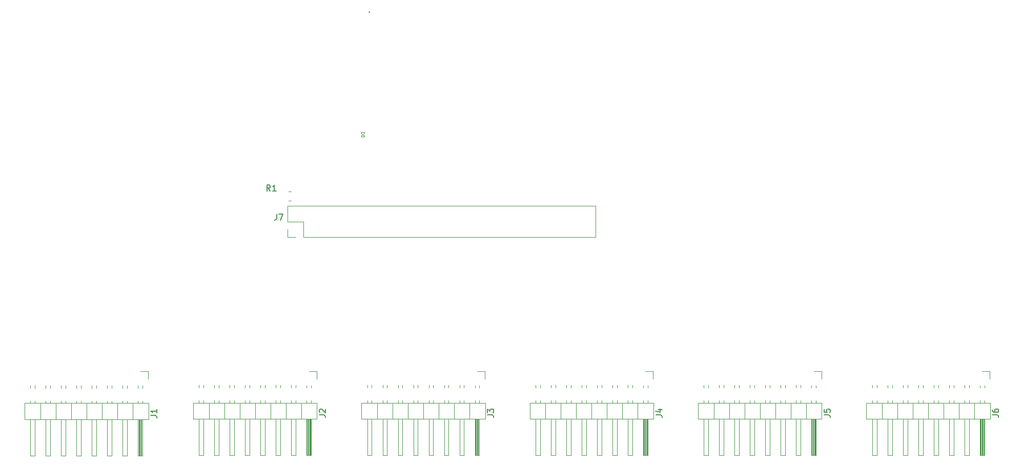
<source format=gto>
G04 #@! TF.GenerationSoftware,KiCad,Pcbnew,(6.0.6)*
G04 #@! TF.CreationDate,2023-08-29T14:41:19+02:00*
G04 #@! TF.ProjectId,pynq-rpi-ph-adapter,70796e71-2d72-4706-992d-70682d616461,rev?*
G04 #@! TF.SameCoordinates,Original*
G04 #@! TF.FileFunction,Legend,Top*
G04 #@! TF.FilePolarity,Positive*
%FSLAX46Y46*%
G04 Gerber Fmt 4.6, Leading zero omitted, Abs format (unit mm)*
G04 Created by KiCad (PCBNEW (6.0.6)) date 2023-08-29 14:41:19*
%MOMM*%
%LPD*%
G01*
G04 APERTURE LIST*
%ADD10C,0.150000*%
%ADD11C,0.075000*%
%ADD12C,0.120000*%
%ADD13R,1.700000X1.700000*%
%ADD14O,1.700000X1.700000*%
%ADD15O,1.727200X1.727200*%
%ADD16R,1.727200X1.727200*%
G04 APERTURE END LIST*
D10*
X94437380Y-118198333D02*
X95151666Y-118198333D01*
X95294523Y-118245952D01*
X95389761Y-118341190D01*
X95437380Y-118484047D01*
X95437380Y-118579285D01*
X94437380Y-117817380D02*
X94437380Y-117198333D01*
X94818333Y-117531666D01*
X94818333Y-117388809D01*
X94865952Y-117293571D01*
X94913571Y-117245952D01*
X95008809Y-117198333D01*
X95246904Y-117198333D01*
X95342142Y-117245952D01*
X95389761Y-117293571D01*
X95437380Y-117388809D01*
X95437380Y-117674523D01*
X95389761Y-117769761D01*
X95342142Y-117817380D01*
X66637380Y-118198333D02*
X67351666Y-118198333D01*
X67494523Y-118245952D01*
X67589761Y-118341190D01*
X67637380Y-118484047D01*
X67637380Y-118579285D01*
X66732619Y-117769761D02*
X66685000Y-117722142D01*
X66637380Y-117626904D01*
X66637380Y-117388809D01*
X66685000Y-117293571D01*
X66732619Y-117245952D01*
X66827857Y-117198333D01*
X66923095Y-117198333D01*
X67065952Y-117245952D01*
X67637380Y-117817380D01*
X67637380Y-117198333D01*
D11*
X73562290Y-71452552D02*
X74062290Y-71452552D01*
X74062290Y-71571600D01*
X74038481Y-71643028D01*
X73990861Y-71690647D01*
X73943242Y-71714457D01*
X73848004Y-71738266D01*
X73776576Y-71738266D01*
X73681338Y-71714457D01*
X73633719Y-71690647D01*
X73586100Y-71643028D01*
X73562290Y-71571600D01*
X73562290Y-71452552D01*
X74062290Y-72047790D02*
X74062290Y-72095409D01*
X74038481Y-72143028D01*
X74014671Y-72166838D01*
X73967052Y-72190647D01*
X73871814Y-72214457D01*
X73752766Y-72214457D01*
X73657528Y-72190647D01*
X73609909Y-72166838D01*
X73586100Y-72143028D01*
X73562290Y-72095409D01*
X73562290Y-72047790D01*
X73586100Y-72000171D01*
X73609909Y-71976361D01*
X73657528Y-71952552D01*
X73752766Y-71928742D01*
X73871814Y-71928742D01*
X73967052Y-71952552D01*
X74014671Y-71976361D01*
X74038481Y-72000171D01*
X74062290Y-72047790D01*
D10*
X74904600Y-51512742D02*
X74952219Y-51560361D01*
X74904600Y-51607980D01*
X74856980Y-51560361D01*
X74904600Y-51512742D01*
X74904600Y-51607980D01*
X38807380Y-118248333D02*
X39521666Y-118248333D01*
X39664523Y-118295952D01*
X39759761Y-118391190D01*
X39807380Y-118534047D01*
X39807380Y-118629285D01*
X39807380Y-117248333D02*
X39807380Y-117819761D01*
X39807380Y-117534047D02*
X38807380Y-117534047D01*
X38950238Y-117629285D01*
X39045476Y-117724523D01*
X39093095Y-117819761D01*
X177837380Y-118198333D02*
X178551666Y-118198333D01*
X178694523Y-118245952D01*
X178789761Y-118341190D01*
X178837380Y-118484047D01*
X178837380Y-118579285D01*
X177837380Y-117293571D02*
X177837380Y-117484047D01*
X177885000Y-117579285D01*
X177932619Y-117626904D01*
X178075476Y-117722142D01*
X178265952Y-117769761D01*
X178646904Y-117769761D01*
X178742142Y-117722142D01*
X178789761Y-117674523D01*
X178837380Y-117579285D01*
X178837380Y-117388809D01*
X178789761Y-117293571D01*
X178742142Y-117245952D01*
X178646904Y-117198333D01*
X178408809Y-117198333D01*
X178313571Y-117245952D01*
X178265952Y-117293571D01*
X178218333Y-117388809D01*
X178218333Y-117579285D01*
X178265952Y-117674523D01*
X178313571Y-117722142D01*
X178408809Y-117769761D01*
X58533333Y-81152380D02*
X58200000Y-80676190D01*
X57961904Y-81152380D02*
X57961904Y-80152380D01*
X58342857Y-80152380D01*
X58438095Y-80200000D01*
X58485714Y-80247619D01*
X58533333Y-80342857D01*
X58533333Y-80485714D01*
X58485714Y-80580952D01*
X58438095Y-80628571D01*
X58342857Y-80676190D01*
X57961904Y-80676190D01*
X59485714Y-81152380D02*
X58914285Y-81152380D01*
X59200000Y-81152380D02*
X59200000Y-80152380D01*
X59104761Y-80295238D01*
X59009523Y-80390476D01*
X58914285Y-80438095D01*
X150037380Y-118198333D02*
X150751666Y-118198333D01*
X150894523Y-118245952D01*
X150989761Y-118341190D01*
X151037380Y-118484047D01*
X151037380Y-118579285D01*
X150037380Y-117245952D02*
X150037380Y-117722142D01*
X150513571Y-117769761D01*
X150465952Y-117722142D01*
X150418333Y-117626904D01*
X150418333Y-117388809D01*
X150465952Y-117293571D01*
X150513571Y-117245952D01*
X150608809Y-117198333D01*
X150846904Y-117198333D01*
X150942142Y-117245952D01*
X150989761Y-117293571D01*
X151037380Y-117388809D01*
X151037380Y-117626904D01*
X150989761Y-117722142D01*
X150942142Y-117769761D01*
X122237380Y-118198333D02*
X122951666Y-118198333D01*
X123094523Y-118245952D01*
X123189761Y-118341190D01*
X123237380Y-118484047D01*
X123237380Y-118579285D01*
X122570714Y-117293571D02*
X123237380Y-117293571D01*
X122189761Y-117531666D02*
X122904047Y-117769761D01*
X122904047Y-117150714D01*
X59586666Y-84952380D02*
X59586666Y-85666666D01*
X59539047Y-85809523D01*
X59443809Y-85904761D01*
X59300952Y-85952380D01*
X59205714Y-85952380D01*
X59967619Y-84952380D02*
X60634285Y-84952380D01*
X60205714Y-85952380D01*
D12*
X85475000Y-115792929D02*
X85475000Y-116190000D01*
X82935000Y-118850000D02*
X82935000Y-124850000D01*
X77095000Y-124850000D02*
X77095000Y-118850000D01*
X75315000Y-113252929D02*
X75315000Y-113707071D01*
X88015000Y-124850000D02*
X87255000Y-124850000D01*
X87255000Y-115792929D02*
X87255000Y-116190000D01*
X92435000Y-118850000D02*
X92435000Y-124850000D01*
X85475000Y-124850000D02*
X84715000Y-124850000D01*
X75315000Y-124850000D02*
X74555000Y-124850000D01*
X74555000Y-124850000D02*
X74555000Y-118850000D01*
X77855000Y-113252929D02*
X77855000Y-113707071D01*
X76205000Y-116190000D02*
X76205000Y-118850000D01*
X92335000Y-115792929D02*
X92335000Y-116190000D01*
X79635000Y-115792929D02*
X79635000Y-116190000D01*
X93095000Y-118850000D02*
X93095000Y-124850000D01*
X80395000Y-124850000D02*
X79635000Y-124850000D01*
X74555000Y-113252929D02*
X74555000Y-113707071D01*
X80395000Y-118850000D02*
X80395000Y-124850000D01*
X84715000Y-124850000D02*
X84715000Y-118850000D01*
X83825000Y-116190000D02*
X83825000Y-118850000D01*
X82935000Y-124850000D02*
X82175000Y-124850000D01*
X93035000Y-118850000D02*
X93035000Y-124850000D01*
X93095000Y-115792929D02*
X93095000Y-116190000D01*
X80395000Y-113252929D02*
X80395000Y-113707071D01*
X91445000Y-116190000D02*
X91445000Y-118850000D01*
X86365000Y-116190000D02*
X86365000Y-118850000D01*
X92915000Y-118850000D02*
X92915000Y-124850000D01*
X74555000Y-115792929D02*
X74555000Y-116190000D01*
X92555000Y-118850000D02*
X92555000Y-124850000D01*
X77095000Y-113252929D02*
X77095000Y-113707071D01*
X79635000Y-124850000D02*
X79635000Y-118850000D01*
X88015000Y-113252929D02*
X88015000Y-113707071D01*
X82935000Y-113252929D02*
X82935000Y-113707071D01*
X88015000Y-115792929D02*
X88015000Y-116190000D01*
X77855000Y-115792929D02*
X77855000Y-116190000D01*
X94045000Y-116190000D02*
X73605000Y-116190000D01*
X90555000Y-113252929D02*
X90555000Y-113707071D01*
X94045000Y-118850000D02*
X94045000Y-116190000D01*
X92675000Y-118850000D02*
X92675000Y-124850000D01*
X90555000Y-115792929D02*
X90555000Y-116190000D01*
X87255000Y-124850000D02*
X87255000Y-118850000D01*
X81285000Y-116190000D02*
X81285000Y-118850000D01*
X77855000Y-118850000D02*
X77855000Y-124850000D01*
X82935000Y-115792929D02*
X82935000Y-116190000D01*
X85475000Y-118850000D02*
X85475000Y-124850000D01*
X90555000Y-124850000D02*
X89795000Y-124850000D01*
X92715000Y-110940000D02*
X93985000Y-110940000D01*
X93095000Y-124850000D02*
X92335000Y-124850000D01*
X82175000Y-113252929D02*
X82175000Y-113707071D01*
X84715000Y-113252929D02*
X84715000Y-113707071D01*
X93985000Y-110940000D02*
X93985000Y-112210000D01*
X90555000Y-118850000D02*
X90555000Y-124850000D01*
X85475000Y-113252929D02*
X85475000Y-113707071D01*
X88905000Y-116190000D02*
X88905000Y-118850000D01*
X88015000Y-118850000D02*
X88015000Y-124850000D01*
X79635000Y-113252929D02*
X79635000Y-113707071D01*
X89795000Y-115792929D02*
X89795000Y-116190000D01*
X73605000Y-116190000D02*
X73605000Y-118850000D01*
X93095000Y-113320000D02*
X93095000Y-113707071D01*
X92795000Y-118850000D02*
X92795000Y-124850000D01*
X75315000Y-115792929D02*
X75315000Y-116190000D01*
X92335000Y-113320000D02*
X92335000Y-113707071D01*
X75315000Y-118850000D02*
X75315000Y-124850000D01*
X82175000Y-124850000D02*
X82175000Y-118850000D01*
X80395000Y-115792929D02*
X80395000Y-116190000D01*
X87255000Y-113252929D02*
X87255000Y-113707071D01*
X89795000Y-124850000D02*
X89795000Y-118850000D01*
X82175000Y-115792929D02*
X82175000Y-116190000D01*
X77855000Y-124850000D02*
X77095000Y-124850000D01*
X92335000Y-124850000D02*
X92335000Y-118850000D01*
X73605000Y-118850000D02*
X94045000Y-118850000D01*
X78745000Y-116190000D02*
X78745000Y-118850000D01*
X84715000Y-115792929D02*
X84715000Y-116190000D01*
X77095000Y-115792929D02*
X77095000Y-116190000D01*
X89795000Y-113252929D02*
X89795000Y-113707071D01*
X57675000Y-113252929D02*
X57675000Y-113707071D01*
X59455000Y-124850000D02*
X59455000Y-118850000D01*
X62755000Y-124850000D02*
X61995000Y-124850000D01*
X49295000Y-113252929D02*
X49295000Y-113707071D01*
X47515000Y-115792929D02*
X47515000Y-116190000D01*
X61105000Y-116190000D02*
X61105000Y-118850000D01*
X50055000Y-115792929D02*
X50055000Y-116190000D01*
X51835000Y-115792929D02*
X51835000Y-116190000D01*
X55135000Y-113252929D02*
X55135000Y-113707071D01*
X66245000Y-118850000D02*
X66245000Y-116190000D01*
X66245000Y-116190000D02*
X45805000Y-116190000D01*
X45805000Y-116190000D02*
X45805000Y-118850000D01*
X49295000Y-115792929D02*
X49295000Y-116190000D01*
X60215000Y-113252929D02*
X60215000Y-113707071D01*
X50055000Y-124850000D02*
X49295000Y-124850000D01*
X47515000Y-124850000D02*
X46755000Y-124850000D01*
X62755000Y-115792929D02*
X62755000Y-116190000D01*
X61995000Y-124850000D02*
X61995000Y-118850000D01*
X59455000Y-113252929D02*
X59455000Y-113707071D01*
X64995000Y-118850000D02*
X64995000Y-124850000D01*
X63645000Y-116190000D02*
X63645000Y-118850000D01*
X66185000Y-110940000D02*
X66185000Y-112210000D01*
X47515000Y-113252929D02*
X47515000Y-113707071D01*
X54375000Y-113252929D02*
X54375000Y-113707071D01*
X50055000Y-113252929D02*
X50055000Y-113707071D01*
X47515000Y-118850000D02*
X47515000Y-124850000D01*
X46755000Y-124850000D02*
X46755000Y-118850000D01*
X45805000Y-118850000D02*
X66245000Y-118850000D01*
X65235000Y-118850000D02*
X65235000Y-124850000D01*
X64875000Y-118850000D02*
X64875000Y-124850000D01*
X48405000Y-116190000D02*
X48405000Y-118850000D01*
X64535000Y-113320000D02*
X64535000Y-113707071D01*
X65295000Y-115792929D02*
X65295000Y-116190000D01*
X54375000Y-124850000D02*
X54375000Y-118850000D01*
X59455000Y-115792929D02*
X59455000Y-116190000D01*
X52595000Y-113252929D02*
X52595000Y-113707071D01*
X62755000Y-113252929D02*
X62755000Y-113707071D01*
X64755000Y-118850000D02*
X64755000Y-124850000D01*
X61995000Y-113252929D02*
X61995000Y-113707071D01*
X65295000Y-118850000D02*
X65295000Y-124850000D01*
X60215000Y-118850000D02*
X60215000Y-124850000D01*
X65115000Y-118850000D02*
X65115000Y-124850000D01*
X64535000Y-115792929D02*
X64535000Y-116190000D01*
X55135000Y-118850000D02*
X55135000Y-124850000D01*
X60215000Y-115792929D02*
X60215000Y-116190000D01*
X64915000Y-110940000D02*
X66185000Y-110940000D01*
X64635000Y-118850000D02*
X64635000Y-124850000D01*
X52595000Y-115792929D02*
X52595000Y-116190000D01*
X56915000Y-124850000D02*
X56915000Y-118850000D01*
X62755000Y-118850000D02*
X62755000Y-124850000D01*
X57675000Y-115792929D02*
X57675000Y-116190000D01*
X61995000Y-115792929D02*
X61995000Y-116190000D01*
X55135000Y-124850000D02*
X54375000Y-124850000D01*
X50945000Y-116190000D02*
X50945000Y-118850000D01*
X56915000Y-113252929D02*
X56915000Y-113707071D01*
X49295000Y-124850000D02*
X49295000Y-118850000D01*
X56915000Y-115792929D02*
X56915000Y-116190000D01*
X64535000Y-124850000D02*
X64535000Y-118850000D01*
X60215000Y-124850000D02*
X59455000Y-124850000D01*
X65295000Y-113320000D02*
X65295000Y-113707071D01*
X50055000Y-118850000D02*
X50055000Y-124850000D01*
X58565000Y-116190000D02*
X58565000Y-118850000D01*
X51835000Y-124850000D02*
X51835000Y-118850000D01*
X54375000Y-115792929D02*
X54375000Y-116190000D01*
X53485000Y-116190000D02*
X53485000Y-118850000D01*
X56025000Y-116190000D02*
X56025000Y-118850000D01*
X65295000Y-124850000D02*
X64535000Y-124850000D01*
X52595000Y-118850000D02*
X52595000Y-124850000D01*
X55135000Y-115792929D02*
X55135000Y-116190000D01*
X46755000Y-115792929D02*
X46755000Y-116190000D01*
X52595000Y-124850000D02*
X51835000Y-124850000D01*
X51835000Y-113252929D02*
X51835000Y-113707071D01*
X57675000Y-124850000D02*
X56915000Y-124850000D01*
X46755000Y-113252929D02*
X46755000Y-113707071D01*
X57675000Y-118850000D02*
X57675000Y-124850000D01*
X31625000Y-124900000D02*
X31625000Y-118900000D01*
X34165000Y-115842929D02*
X34165000Y-116240000D01*
X30735000Y-116240000D02*
X30735000Y-118900000D01*
X24005000Y-124900000D02*
X24005000Y-118900000D01*
X29845000Y-124900000D02*
X29085000Y-124900000D01*
X27305000Y-124900000D02*
X26545000Y-124900000D01*
X36805000Y-118900000D02*
X36805000Y-124900000D01*
X24005000Y-113302929D02*
X24005000Y-113757071D01*
X36925000Y-118900000D02*
X36925000Y-124900000D01*
X37085000Y-110990000D02*
X38355000Y-110990000D01*
X26545000Y-115842929D02*
X26545000Y-116240000D01*
X34925000Y-118900000D02*
X34925000Y-124900000D01*
X33275000Y-116240000D02*
X33275000Y-118900000D01*
X37165000Y-118900000D02*
X37165000Y-124900000D01*
X24005000Y-115842929D02*
X24005000Y-116240000D01*
X24765000Y-113302929D02*
X24765000Y-113757071D01*
X32385000Y-113302929D02*
X32385000Y-113757071D01*
X22225000Y-115842929D02*
X22225000Y-116240000D01*
X18925000Y-115842929D02*
X18925000Y-116240000D01*
X26545000Y-113302929D02*
X26545000Y-113757071D01*
X29085000Y-113302929D02*
X29085000Y-113757071D01*
X17975000Y-118900000D02*
X38415000Y-118900000D01*
X22225000Y-113302929D02*
X22225000Y-113757071D01*
X37405000Y-118900000D02*
X37405000Y-124900000D01*
X17975000Y-116240000D02*
X17975000Y-118900000D01*
X23115000Y-116240000D02*
X23115000Y-118900000D01*
X24765000Y-124900000D02*
X24005000Y-124900000D01*
X38415000Y-118900000D02*
X38415000Y-116240000D01*
X19685000Y-115842929D02*
X19685000Y-116240000D01*
X31625000Y-113302929D02*
X31625000Y-113757071D01*
X26545000Y-124900000D02*
X26545000Y-118900000D01*
X34925000Y-115842929D02*
X34925000Y-116240000D01*
X25655000Y-116240000D02*
X25655000Y-118900000D01*
X24765000Y-118900000D02*
X24765000Y-124900000D01*
X34165000Y-113302929D02*
X34165000Y-113757071D01*
X20575000Y-116240000D02*
X20575000Y-118900000D01*
X21465000Y-113302929D02*
X21465000Y-113757071D01*
X21465000Y-124900000D02*
X21465000Y-118900000D01*
X32385000Y-118900000D02*
X32385000Y-124900000D01*
X37465000Y-118900000D02*
X37465000Y-124900000D01*
X32385000Y-115842929D02*
X32385000Y-116240000D01*
X19685000Y-124900000D02*
X18925000Y-124900000D01*
X29845000Y-118900000D02*
X29845000Y-124900000D01*
X36705000Y-113370000D02*
X36705000Y-113757071D01*
X37465000Y-124900000D02*
X36705000Y-124900000D01*
X34925000Y-124900000D02*
X34165000Y-124900000D01*
X37465000Y-115842929D02*
X37465000Y-116240000D01*
X34165000Y-124900000D02*
X34165000Y-118900000D01*
X28195000Y-116240000D02*
X28195000Y-118900000D01*
X29845000Y-113302929D02*
X29845000Y-113757071D01*
X21465000Y-115842929D02*
X21465000Y-116240000D01*
X29085000Y-115842929D02*
X29085000Y-116240000D01*
X31625000Y-115842929D02*
X31625000Y-116240000D01*
X37465000Y-113370000D02*
X37465000Y-113757071D01*
X32385000Y-124900000D02*
X31625000Y-124900000D01*
X27305000Y-113302929D02*
X27305000Y-113757071D01*
X38415000Y-116240000D02*
X17975000Y-116240000D01*
X24765000Y-115842929D02*
X24765000Y-116240000D01*
X29845000Y-115842929D02*
X29845000Y-116240000D01*
X38355000Y-110990000D02*
X38355000Y-112260000D01*
X37045000Y-118900000D02*
X37045000Y-124900000D01*
X35815000Y-116240000D02*
X35815000Y-118900000D01*
X37285000Y-118900000D02*
X37285000Y-124900000D01*
X18925000Y-124900000D02*
X18925000Y-118900000D01*
X34925000Y-113302929D02*
X34925000Y-113757071D01*
X29085000Y-124900000D02*
X29085000Y-118900000D01*
X19685000Y-113302929D02*
X19685000Y-113757071D01*
X27305000Y-118900000D02*
X27305000Y-124900000D01*
X22225000Y-124900000D02*
X21465000Y-124900000D01*
X36705000Y-115842929D02*
X36705000Y-116240000D01*
X36705000Y-124900000D02*
X36705000Y-118900000D01*
X22225000Y-118900000D02*
X22225000Y-124900000D01*
X19685000Y-118900000D02*
X19685000Y-124900000D01*
X27305000Y-115842929D02*
X27305000Y-116240000D01*
X18925000Y-113302929D02*
X18925000Y-113757071D01*
X176495000Y-115792929D02*
X176495000Y-116190000D01*
X176195000Y-118850000D02*
X176195000Y-124850000D01*
X171415000Y-118850000D02*
X171415000Y-124850000D01*
X168115000Y-115792929D02*
X168115000Y-116190000D01*
X171415000Y-113252929D02*
X171415000Y-113707071D01*
X160495000Y-115792929D02*
X160495000Y-116190000D01*
X171415000Y-115792929D02*
X171415000Y-116190000D01*
X177385000Y-110940000D02*
X177385000Y-112210000D01*
X163795000Y-113252929D02*
X163795000Y-113707071D01*
X162145000Y-116190000D02*
X162145000Y-118850000D01*
X176495000Y-118850000D02*
X176495000Y-124850000D01*
X163795000Y-118850000D02*
X163795000Y-124850000D01*
X166335000Y-124850000D02*
X165575000Y-124850000D01*
X176435000Y-118850000D02*
X176435000Y-124850000D01*
X168115000Y-113252929D02*
X168115000Y-113707071D01*
X161255000Y-113252929D02*
X161255000Y-113707071D01*
X170655000Y-113252929D02*
X170655000Y-113707071D01*
X158715000Y-118850000D02*
X158715000Y-124850000D01*
X159605000Y-116190000D02*
X159605000Y-118850000D01*
X158715000Y-113252929D02*
X158715000Y-113707071D01*
X171415000Y-124850000D02*
X170655000Y-124850000D01*
X175735000Y-113320000D02*
X175735000Y-113707071D01*
X173955000Y-115792929D02*
X173955000Y-116190000D01*
X173195000Y-113252929D02*
X173195000Y-113707071D01*
X173195000Y-124850000D02*
X173195000Y-118850000D01*
X176315000Y-118850000D02*
X176315000Y-124850000D01*
X161255000Y-118850000D02*
X161255000Y-124850000D01*
X165575000Y-115792929D02*
X165575000Y-116190000D01*
X158715000Y-124850000D02*
X157955000Y-124850000D01*
X174845000Y-116190000D02*
X174845000Y-118850000D01*
X166335000Y-115792929D02*
X166335000Y-116190000D01*
X176495000Y-113320000D02*
X176495000Y-113707071D01*
X177445000Y-118850000D02*
X177445000Y-116190000D01*
X161255000Y-124850000D02*
X160495000Y-124850000D01*
X157955000Y-113252929D02*
X157955000Y-113707071D01*
X165575000Y-124850000D02*
X165575000Y-118850000D01*
X157005000Y-118850000D02*
X177445000Y-118850000D01*
X160495000Y-113252929D02*
X160495000Y-113707071D01*
X173955000Y-124850000D02*
X173195000Y-124850000D01*
X176495000Y-124850000D02*
X175735000Y-124850000D01*
X165575000Y-113252929D02*
X165575000Y-113707071D01*
X173195000Y-115792929D02*
X173195000Y-116190000D01*
X161255000Y-115792929D02*
X161255000Y-116190000D01*
X166335000Y-113252929D02*
X166335000Y-113707071D01*
X157955000Y-115792929D02*
X157955000Y-116190000D01*
X168115000Y-124850000D02*
X168115000Y-118850000D01*
X175955000Y-118850000D02*
X175955000Y-124850000D01*
X168875000Y-124850000D02*
X168115000Y-124850000D01*
X163035000Y-124850000D02*
X163035000Y-118850000D01*
X169765000Y-116190000D02*
X169765000Y-118850000D01*
X170655000Y-124850000D02*
X170655000Y-118850000D01*
X173955000Y-118850000D02*
X173955000Y-124850000D01*
X163035000Y-115792929D02*
X163035000Y-116190000D01*
X176075000Y-118850000D02*
X176075000Y-124850000D01*
X167225000Y-116190000D02*
X167225000Y-118850000D01*
X163795000Y-115792929D02*
X163795000Y-116190000D01*
X170655000Y-115792929D02*
X170655000Y-116190000D01*
X175835000Y-118850000D02*
X175835000Y-124850000D01*
X157955000Y-124850000D02*
X157955000Y-118850000D01*
X166335000Y-118850000D02*
X166335000Y-124850000D01*
X160495000Y-124850000D02*
X160495000Y-118850000D01*
X173955000Y-113252929D02*
X173955000Y-113707071D01*
X164685000Y-116190000D02*
X164685000Y-118850000D01*
X163035000Y-113252929D02*
X163035000Y-113707071D01*
X157005000Y-116190000D02*
X157005000Y-118850000D01*
X176115000Y-110940000D02*
X177385000Y-110940000D01*
X175735000Y-124850000D02*
X175735000Y-118850000D01*
X168875000Y-118850000D02*
X168875000Y-124850000D01*
X163795000Y-124850000D02*
X163035000Y-124850000D01*
X177445000Y-116190000D02*
X157005000Y-116190000D01*
X168875000Y-115792929D02*
X168875000Y-116190000D01*
X172305000Y-116190000D02*
X172305000Y-118850000D01*
X175735000Y-115792929D02*
X175735000Y-116190000D01*
X168875000Y-113252929D02*
X168875000Y-113707071D01*
X158715000Y-115792929D02*
X158715000Y-116190000D01*
X62007064Y-82735000D02*
X61552936Y-82735000D01*
X62007064Y-81265000D02*
X61552936Y-81265000D01*
X138535000Y-113252929D02*
X138535000Y-113707071D01*
X146155000Y-115792929D02*
X146155000Y-116190000D01*
X130155000Y-113252929D02*
X130155000Y-113707071D01*
X147935000Y-115792929D02*
X147935000Y-116190000D01*
X148695000Y-124850000D02*
X147935000Y-124850000D01*
X143615000Y-115792929D02*
X143615000Y-116190000D01*
X144505000Y-116190000D02*
X144505000Y-118850000D01*
X138535000Y-115792929D02*
X138535000Y-116190000D01*
X141075000Y-113252929D02*
X141075000Y-113707071D01*
X137775000Y-124850000D02*
X137775000Y-118850000D01*
X141075000Y-124850000D02*
X140315000Y-124850000D01*
X132695000Y-115792929D02*
X132695000Y-116190000D01*
X149585000Y-110940000D02*
X149585000Y-112210000D01*
X145395000Y-113252929D02*
X145395000Y-113707071D01*
X131805000Y-116190000D02*
X131805000Y-118850000D01*
X140315000Y-115792929D02*
X140315000Y-116190000D01*
X137775000Y-115792929D02*
X137775000Y-116190000D01*
X135235000Y-124850000D02*
X135235000Y-118850000D01*
X146155000Y-118850000D02*
X146155000Y-124850000D01*
X148695000Y-115792929D02*
X148695000Y-116190000D01*
X147935000Y-124850000D02*
X147935000Y-118850000D01*
X133455000Y-118850000D02*
X133455000Y-124850000D01*
X130915000Y-115792929D02*
X130915000Y-116190000D01*
X135995000Y-115792929D02*
X135995000Y-116190000D01*
X134345000Y-116190000D02*
X134345000Y-118850000D01*
X143615000Y-118850000D02*
X143615000Y-124850000D01*
X148275000Y-118850000D02*
X148275000Y-124850000D01*
X132695000Y-124850000D02*
X132695000Y-118850000D01*
X148635000Y-118850000D02*
X148635000Y-124850000D01*
X130155000Y-124850000D02*
X130155000Y-118850000D01*
X133455000Y-115792929D02*
X133455000Y-116190000D01*
X147045000Y-116190000D02*
X147045000Y-118850000D01*
X130915000Y-113252929D02*
X130915000Y-113707071D01*
X141075000Y-118850000D02*
X141075000Y-124850000D01*
X148695000Y-113320000D02*
X148695000Y-113707071D01*
X145395000Y-124850000D02*
X145395000Y-118850000D01*
X135995000Y-113252929D02*
X135995000Y-113707071D01*
X148315000Y-110940000D02*
X149585000Y-110940000D01*
X148035000Y-118850000D02*
X148035000Y-124850000D01*
X149645000Y-118850000D02*
X149645000Y-116190000D01*
X141965000Y-116190000D02*
X141965000Y-118850000D01*
X141075000Y-115792929D02*
X141075000Y-116190000D01*
X148695000Y-118850000D02*
X148695000Y-124850000D01*
X136885000Y-116190000D02*
X136885000Y-118850000D01*
X130915000Y-118850000D02*
X130915000Y-124850000D01*
X130155000Y-115792929D02*
X130155000Y-116190000D01*
X135995000Y-124850000D02*
X135235000Y-124850000D01*
X138535000Y-124850000D02*
X137775000Y-124850000D01*
X142855000Y-124850000D02*
X142855000Y-118850000D01*
X132695000Y-113252929D02*
X132695000Y-113707071D01*
X148515000Y-118850000D02*
X148515000Y-124850000D01*
X142855000Y-113252929D02*
X142855000Y-113707071D01*
X148155000Y-118850000D02*
X148155000Y-124850000D01*
X140315000Y-124850000D02*
X140315000Y-118850000D01*
X129205000Y-118850000D02*
X149645000Y-118850000D01*
X139425000Y-116190000D02*
X139425000Y-118850000D01*
X147935000Y-113320000D02*
X147935000Y-113707071D01*
X145395000Y-115792929D02*
X145395000Y-116190000D01*
X133455000Y-113252929D02*
X133455000Y-113707071D01*
X137775000Y-113252929D02*
X137775000Y-113707071D01*
X140315000Y-113252929D02*
X140315000Y-113707071D01*
X135235000Y-113252929D02*
X135235000Y-113707071D01*
X130915000Y-124850000D02*
X130155000Y-124850000D01*
X133455000Y-124850000D02*
X132695000Y-124850000D01*
X129205000Y-116190000D02*
X129205000Y-118850000D01*
X149645000Y-116190000D02*
X129205000Y-116190000D01*
X138535000Y-118850000D02*
X138535000Y-124850000D01*
X135995000Y-118850000D02*
X135995000Y-124850000D01*
X142855000Y-115792929D02*
X142855000Y-116190000D01*
X146155000Y-113252929D02*
X146155000Y-113707071D01*
X143615000Y-113252929D02*
X143615000Y-113707071D01*
X146155000Y-124850000D02*
X145395000Y-124850000D01*
X148395000Y-118850000D02*
X148395000Y-124850000D01*
X135235000Y-115792929D02*
X135235000Y-116190000D01*
X143615000Y-124850000D02*
X142855000Y-124850000D01*
X115055000Y-124850000D02*
X115055000Y-118850000D01*
X120895000Y-115792929D02*
X120895000Y-116190000D01*
X120895000Y-118850000D02*
X120895000Y-124850000D01*
X105655000Y-124850000D02*
X104895000Y-124850000D01*
X101405000Y-116190000D02*
X101405000Y-118850000D01*
X115055000Y-113252929D02*
X115055000Y-113707071D01*
X120235000Y-118850000D02*
X120235000Y-124850000D01*
X112515000Y-115792929D02*
X112515000Y-116190000D01*
X104895000Y-124850000D02*
X104895000Y-118850000D01*
X102355000Y-124850000D02*
X102355000Y-118850000D01*
X120135000Y-124850000D02*
X120135000Y-118850000D01*
X107435000Y-113252929D02*
X107435000Y-113707071D01*
X120515000Y-110940000D02*
X121785000Y-110940000D01*
X109975000Y-124850000D02*
X109975000Y-118850000D01*
X102355000Y-115792929D02*
X102355000Y-116190000D01*
X101405000Y-118850000D02*
X121845000Y-118850000D01*
X120835000Y-118850000D02*
X120835000Y-124850000D01*
X118355000Y-118850000D02*
X118355000Y-124850000D01*
X103115000Y-115792929D02*
X103115000Y-116190000D01*
X115815000Y-115792929D02*
X115815000Y-116190000D01*
X120595000Y-118850000D02*
X120595000Y-124850000D01*
X107435000Y-115792929D02*
X107435000Y-116190000D01*
X113275000Y-113252929D02*
X113275000Y-113707071D01*
X104895000Y-113252929D02*
X104895000Y-113707071D01*
X105655000Y-115792929D02*
X105655000Y-116190000D01*
X118355000Y-113252929D02*
X118355000Y-113707071D01*
X106545000Y-116190000D02*
X106545000Y-118850000D01*
X102355000Y-113252929D02*
X102355000Y-113707071D01*
X105655000Y-113252929D02*
X105655000Y-113707071D01*
X117595000Y-113252929D02*
X117595000Y-113707071D01*
X107435000Y-124850000D02*
X107435000Y-118850000D01*
X109975000Y-113252929D02*
X109975000Y-113707071D01*
X109975000Y-115792929D02*
X109975000Y-116190000D01*
X117595000Y-124850000D02*
X117595000Y-118850000D01*
X110735000Y-124850000D02*
X109975000Y-124850000D01*
X120355000Y-118850000D02*
X120355000Y-124850000D01*
X120475000Y-118850000D02*
X120475000Y-124850000D01*
X104005000Y-116190000D02*
X104005000Y-118850000D01*
X110735000Y-118850000D02*
X110735000Y-124850000D01*
X105655000Y-118850000D02*
X105655000Y-124850000D01*
X112515000Y-124850000D02*
X112515000Y-118850000D01*
X118355000Y-115792929D02*
X118355000Y-116190000D01*
X115815000Y-124850000D02*
X115055000Y-124850000D01*
X117595000Y-115792929D02*
X117595000Y-116190000D01*
X121845000Y-118850000D02*
X121845000Y-116190000D01*
X108195000Y-115792929D02*
X108195000Y-116190000D01*
X121785000Y-110940000D02*
X121785000Y-112210000D01*
X113275000Y-118850000D02*
X113275000Y-124850000D01*
X120135000Y-113320000D02*
X120135000Y-113707071D01*
X120895000Y-124850000D02*
X120135000Y-124850000D01*
X103115000Y-118850000D02*
X103115000Y-124850000D01*
X115815000Y-113252929D02*
X115815000Y-113707071D01*
X118355000Y-124850000D02*
X117595000Y-124850000D01*
X113275000Y-115792929D02*
X113275000Y-116190000D01*
X120715000Y-118850000D02*
X120715000Y-124850000D01*
X103115000Y-113252929D02*
X103115000Y-113707071D01*
X115055000Y-115792929D02*
X115055000Y-116190000D01*
X104895000Y-115792929D02*
X104895000Y-116190000D01*
X111625000Y-116190000D02*
X111625000Y-118850000D01*
X110735000Y-115792929D02*
X110735000Y-116190000D01*
X119245000Y-116190000D02*
X119245000Y-118850000D01*
X108195000Y-118850000D02*
X108195000Y-124850000D01*
X108195000Y-113252929D02*
X108195000Y-113707071D01*
X121845000Y-116190000D02*
X101405000Y-116190000D01*
X114165000Y-116190000D02*
X114165000Y-118850000D01*
X110735000Y-113252929D02*
X110735000Y-113707071D01*
X108195000Y-124850000D02*
X107435000Y-124850000D01*
X113275000Y-124850000D02*
X112515000Y-124850000D01*
X112515000Y-113252929D02*
X112515000Y-113707071D01*
X103115000Y-124850000D02*
X102355000Y-124850000D01*
X115815000Y-118850000D02*
X115815000Y-124850000D01*
X120135000Y-115792929D02*
X120135000Y-116190000D01*
X109085000Y-116190000D02*
X109085000Y-118850000D01*
X120895000Y-113320000D02*
X120895000Y-113707071D01*
X116705000Y-116190000D02*
X116705000Y-118850000D01*
X63980000Y-88820000D02*
X63980000Y-86220000D01*
X62710000Y-88820000D02*
X61380000Y-88820000D01*
X61380000Y-88820000D02*
X61380000Y-87490000D01*
X63980000Y-88820000D02*
X112300000Y-88820000D01*
X112300000Y-88820000D02*
X112300000Y-83620000D01*
X63980000Y-86220000D02*
X61380000Y-86220000D01*
X61380000Y-83620000D02*
X112300000Y-83620000D01*
X61380000Y-86220000D02*
X61380000Y-83620000D01*
%LPC*%
D13*
X92715000Y-112210000D03*
D14*
X92715000Y-114750000D03*
X90175000Y-112210000D03*
X90175000Y-114750000D03*
X87635000Y-112210000D03*
X87635000Y-114750000D03*
X85095000Y-112210000D03*
X85095000Y-114750000D03*
X82555000Y-112210000D03*
X82555000Y-114750000D03*
X80015000Y-112210000D03*
X80015000Y-114750000D03*
X77475000Y-112210000D03*
X77475000Y-114750000D03*
X74935000Y-112210000D03*
X74935000Y-114750000D03*
D13*
X64915000Y-112210000D03*
D14*
X64915000Y-114750000D03*
X62375000Y-112210000D03*
X62375000Y-114750000D03*
X59835000Y-112210000D03*
X59835000Y-114750000D03*
X57295000Y-112210000D03*
X57295000Y-114750000D03*
X54755000Y-112210000D03*
X54755000Y-114750000D03*
X52215000Y-112210000D03*
X52215000Y-114750000D03*
X49675000Y-112210000D03*
X49675000Y-114750000D03*
X47135000Y-112210000D03*
X47135000Y-114750000D03*
D15*
X109448600Y-21691600D03*
X101828600Y-21691600D03*
X99288600Y-21691600D03*
X71221600Y-49631600D03*
X86588600Y-21691600D03*
X84048600Y-21691600D03*
X81508600Y-21691600D03*
X78968600Y-21691600D03*
X76428600Y-21691600D03*
X73888600Y-21691600D03*
X113512600Y-69951600D03*
X73888600Y-69951600D03*
X76428600Y-69951600D03*
X78968600Y-69951600D03*
X81508600Y-69951600D03*
X84048600Y-69951600D03*
X86588600Y-69951600D03*
X89128600Y-69951600D03*
X91668600Y-69951600D03*
X95732600Y-69951600D03*
X98272600Y-69951600D03*
X100812600Y-69951600D03*
X103352600Y-69951600D03*
X105892600Y-69951600D03*
X108432600Y-69951600D03*
D16*
X110972600Y-69951600D03*
X96748600Y-21691600D03*
X94208600Y-21691600D03*
X71221600Y-44551600D03*
D15*
X106908600Y-21691600D03*
X73761600Y-49631600D03*
X71221600Y-47091600D03*
X104368600Y-21691600D03*
X73761600Y-44551600D03*
X73761600Y-47091600D03*
X118592600Y-69951600D03*
X116052600Y-69951600D03*
X91668600Y-21691600D03*
D13*
X37085000Y-112260000D03*
D14*
X37085000Y-114800000D03*
X34545000Y-112260000D03*
X34545000Y-114800000D03*
X32005000Y-112260000D03*
X32005000Y-114800000D03*
X29465000Y-112260000D03*
X29465000Y-114800000D03*
X26925000Y-112260000D03*
X26925000Y-114800000D03*
X24385000Y-112260000D03*
X24385000Y-114800000D03*
X21845000Y-112260000D03*
X21845000Y-114800000D03*
X19305000Y-112260000D03*
X19305000Y-114800000D03*
D13*
X176115000Y-112210000D03*
D14*
X176115000Y-114750000D03*
X173575000Y-112210000D03*
X173575000Y-114750000D03*
X171035000Y-112210000D03*
X171035000Y-114750000D03*
X168495000Y-112210000D03*
X168495000Y-114750000D03*
X165955000Y-112210000D03*
X165955000Y-114750000D03*
X163415000Y-112210000D03*
X163415000Y-114750000D03*
X160875000Y-112210000D03*
X160875000Y-114750000D03*
X158335000Y-112210000D03*
X158335000Y-114750000D03*
G36*
G01*
X63205000Y-81550000D02*
X63205000Y-82450000D01*
G75*
G02*
X62955000Y-82700000I-250000J0D01*
G01*
X62430000Y-82700000D01*
G75*
G02*
X62180000Y-82450000I0J250000D01*
G01*
X62180000Y-81550000D01*
G75*
G02*
X62430000Y-81300000I250000J0D01*
G01*
X62955000Y-81300000D01*
G75*
G02*
X63205000Y-81550000I0J-250000D01*
G01*
G37*
G36*
G01*
X61380000Y-81550000D02*
X61380000Y-82450000D01*
G75*
G02*
X61130000Y-82700000I-250000J0D01*
G01*
X60605000Y-82700000D01*
G75*
G02*
X60355000Y-82450000I0J250000D01*
G01*
X60355000Y-81550000D01*
G75*
G02*
X60605000Y-81300000I250000J0D01*
G01*
X61130000Y-81300000D01*
G75*
G02*
X61380000Y-81550000I0J-250000D01*
G01*
G37*
D13*
X148315000Y-112210000D03*
D14*
X148315000Y-114750000D03*
X145775000Y-112210000D03*
X145775000Y-114750000D03*
X143235000Y-112210000D03*
X143235000Y-114750000D03*
X140695000Y-112210000D03*
X140695000Y-114750000D03*
X138155000Y-112210000D03*
X138155000Y-114750000D03*
X135615000Y-112210000D03*
X135615000Y-114750000D03*
X133075000Y-112210000D03*
X133075000Y-114750000D03*
X130535000Y-112210000D03*
X130535000Y-114750000D03*
D13*
X120515000Y-112210000D03*
D14*
X120515000Y-114750000D03*
X117975000Y-112210000D03*
X117975000Y-114750000D03*
X115435000Y-112210000D03*
X115435000Y-114750000D03*
X112895000Y-112210000D03*
X112895000Y-114750000D03*
X110355000Y-112210000D03*
X110355000Y-114750000D03*
X107815000Y-112210000D03*
X107815000Y-114750000D03*
X105275000Y-112210000D03*
X105275000Y-114750000D03*
X102735000Y-112210000D03*
X102735000Y-114750000D03*
D13*
X62710000Y-87490000D03*
D14*
X62710000Y-84950000D03*
X65250000Y-87490000D03*
X65250000Y-84950000D03*
X67790000Y-87490000D03*
X67790000Y-84950000D03*
X70330000Y-87490000D03*
X70330000Y-84950000D03*
X72870000Y-87490000D03*
X72870000Y-84950000D03*
X75410000Y-87490000D03*
X75410000Y-84950000D03*
X77950000Y-87490000D03*
X77950000Y-84950000D03*
X80490000Y-87490000D03*
X80490000Y-84950000D03*
X83030000Y-87490000D03*
X83030000Y-84950000D03*
X85570000Y-87490000D03*
X85570000Y-84950000D03*
X88110000Y-87490000D03*
X88110000Y-84950000D03*
X90650000Y-87490000D03*
X90650000Y-84950000D03*
X93190000Y-87490000D03*
X93190000Y-84950000D03*
X95730000Y-87490000D03*
X95730000Y-84950000D03*
X98270000Y-87490000D03*
X98270000Y-84950000D03*
X100810000Y-87490000D03*
X100810000Y-84950000D03*
X103350000Y-87490000D03*
X103350000Y-84950000D03*
X105890000Y-87490000D03*
X105890000Y-84950000D03*
X108430000Y-87490000D03*
X108430000Y-84950000D03*
X110970000Y-87490000D03*
X110970000Y-84950000D03*
M02*

</source>
